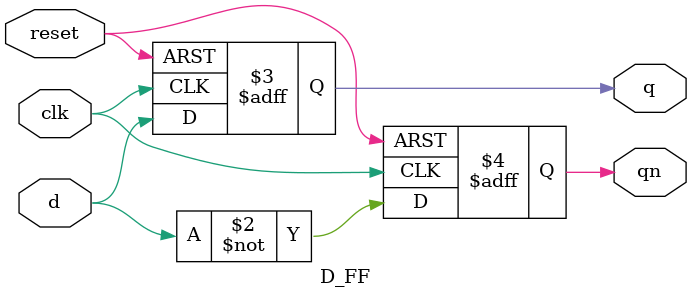
<source format=v>
module D_FF(q,
            qn,
            d,
            clk,
            reset);
    output q,qn;
    input d,clk,reset;
    
    reg q,qn;
    
    always @ (posedge clk or posedge reset)
    begin
        if (reset)
        begin
            q <= 0;qn <= 1;
        end
        else
        begin
            q <= d;qn <= ~d;
        end
    end
endmodule

</source>
